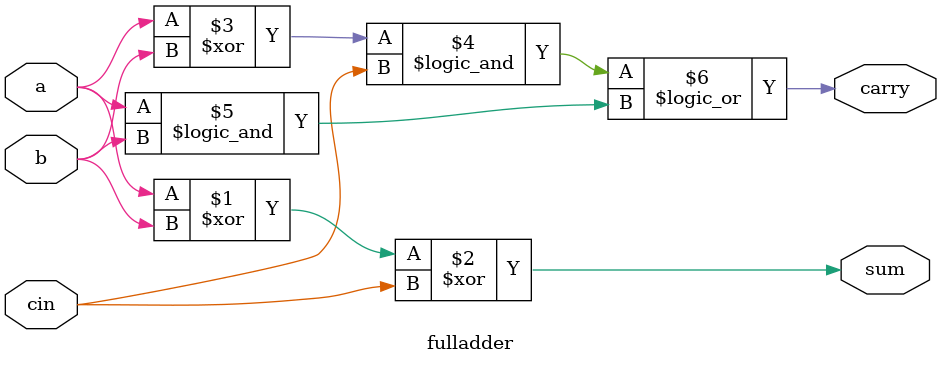
<source format=v>
module top_module (
    input [3:0] x,
    input [3:0] y, 
    output [4:0] sum);

	wire carry0, carry1, carry2;    
    fulladder I0(x[0], y[0], 0,      carry0, sum[0]);
    fulladder I1(x[1], y[1], carry0, carry1, sum[1]);
    fulladder I2(x[2], y[2], carry1, carry2, sum[2]);
    fulladder I3(x[3], y[3], carry2, sum[4], sum[3]);
    
endmodule

module fulladder (a, b, cin, carry, sum);
        
    input a,b,cin;
    output carry,sum;
    assign sum = a^b^cin;
    assign carry = (a^b && cin) || (a&&b);

endmodule

</source>
